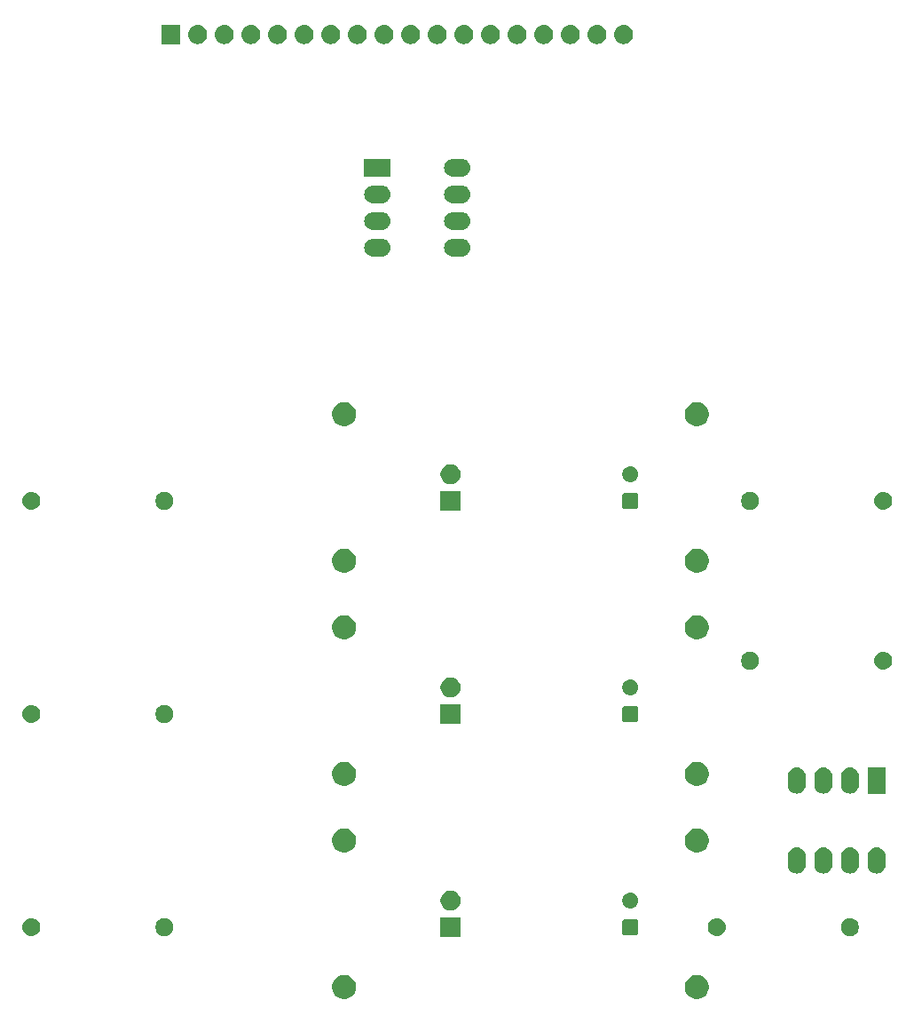
<source format=gbr>
%TF.GenerationSoftware,KiCad,Pcbnew,(5.0.1)-4*%
%TF.CreationDate,2021-04-02T16:30:23+02:00*%
%TF.ProjectId,carte_PhotodectionSuiveurTrans,63617274655F50686F746F6465637469,rev?*%
%TF.SameCoordinates,Original*%
%TF.FileFunction,Soldermask,Top*%
%TF.FilePolarity,Negative*%
%FSLAX46Y46*%
G04 Gerber Fmt 4.6, Leading zero omitted, Abs format (unit mm)*
G04 Created by KiCad (PCBNEW (5.0.1)-4) date 02/04/2021 16:30:23*
%MOMM*%
%LPD*%
G01*
G04 APERTURE LIST*
%ADD10C,0.100000*%
G04 APERTURE END LIST*
D10*
G36*
X234650443Y-136054194D02*
X234859728Y-136140883D01*
X235048085Y-136266739D01*
X235208261Y-136426915D01*
X235334117Y-136615272D01*
X235420806Y-136824557D01*
X235465000Y-137046734D01*
X235465000Y-137273266D01*
X235420806Y-137495443D01*
X235334117Y-137704728D01*
X235208261Y-137893085D01*
X235048085Y-138053261D01*
X234859728Y-138179117D01*
X234650443Y-138265806D01*
X234428266Y-138310000D01*
X234201734Y-138310000D01*
X233979557Y-138265806D01*
X233770272Y-138179117D01*
X233581915Y-138053261D01*
X233421739Y-137893085D01*
X233295883Y-137704728D01*
X233209194Y-137495443D01*
X233165000Y-137273266D01*
X233165000Y-137046734D01*
X233209194Y-136824557D01*
X233295883Y-136615272D01*
X233421739Y-136426915D01*
X233581915Y-136266739D01*
X233770272Y-136140883D01*
X233979557Y-136054194D01*
X234201734Y-136010000D01*
X234428266Y-136010000D01*
X234650443Y-136054194D01*
X234650443Y-136054194D01*
G37*
G36*
X200995443Y-136054194D02*
X201204728Y-136140883D01*
X201393085Y-136266739D01*
X201553261Y-136426915D01*
X201679117Y-136615272D01*
X201765806Y-136824557D01*
X201810000Y-137046734D01*
X201810000Y-137273266D01*
X201765806Y-137495443D01*
X201679117Y-137704728D01*
X201553261Y-137893085D01*
X201393085Y-138053261D01*
X201204728Y-138179117D01*
X200995443Y-138265806D01*
X200773266Y-138310000D01*
X200546734Y-138310000D01*
X200324557Y-138265806D01*
X200115272Y-138179117D01*
X199926915Y-138053261D01*
X199766739Y-137893085D01*
X199640883Y-137704728D01*
X199554194Y-137495443D01*
X199510000Y-137273266D01*
X199510000Y-137046734D01*
X199554194Y-136824557D01*
X199640883Y-136615272D01*
X199766739Y-136426915D01*
X199926915Y-136266739D01*
X200115272Y-136140883D01*
X200324557Y-136054194D01*
X200546734Y-136010000D01*
X200773266Y-136010000D01*
X200995443Y-136054194D01*
X200995443Y-136054194D01*
G37*
G36*
X211770000Y-132395000D02*
X209870000Y-132395000D01*
X209870000Y-130495000D01*
X211770000Y-130495000D01*
X211770000Y-132395000D01*
X211770000Y-132395000D01*
G37*
G36*
X249167934Y-130627664D02*
X249322627Y-130691740D01*
X249461847Y-130784764D01*
X249580236Y-130903153D01*
X249673260Y-131042373D01*
X249737336Y-131197066D01*
X249770000Y-131361281D01*
X249770000Y-131528719D01*
X249737336Y-131692934D01*
X249673260Y-131847627D01*
X249580236Y-131986847D01*
X249461847Y-132105236D01*
X249322627Y-132198260D01*
X249167934Y-132262336D01*
X249003719Y-132295000D01*
X248836281Y-132295000D01*
X248672066Y-132262336D01*
X248517373Y-132198260D01*
X248378153Y-132105236D01*
X248259764Y-131986847D01*
X248166740Y-131847627D01*
X248102664Y-131692934D01*
X248070000Y-131528719D01*
X248070000Y-131361281D01*
X248102664Y-131197066D01*
X248166740Y-131042373D01*
X248259764Y-130903153D01*
X248378153Y-130784764D01*
X248517373Y-130691740D01*
X248672066Y-130627664D01*
X248836281Y-130595000D01*
X249003719Y-130595000D01*
X249167934Y-130627664D01*
X249167934Y-130627664D01*
G37*
G36*
X236386630Y-130607299D02*
X236546855Y-130655903D01*
X236694520Y-130734831D01*
X236823949Y-130841051D01*
X236930169Y-130970480D01*
X237009097Y-131118145D01*
X237057701Y-131278370D01*
X237074112Y-131445000D01*
X237057701Y-131611630D01*
X237009097Y-131771855D01*
X236930169Y-131919520D01*
X236823949Y-132048949D01*
X236694520Y-132155169D01*
X236546855Y-132234097D01*
X236386630Y-132282701D01*
X236261752Y-132295000D01*
X236178248Y-132295000D01*
X236053370Y-132282701D01*
X235893145Y-132234097D01*
X235745480Y-132155169D01*
X235616051Y-132048949D01*
X235509831Y-131919520D01*
X235430903Y-131771855D01*
X235382299Y-131611630D01*
X235365888Y-131445000D01*
X235382299Y-131278370D01*
X235430903Y-131118145D01*
X235509831Y-130970480D01*
X235616051Y-130841051D01*
X235745480Y-130734831D01*
X235893145Y-130655903D01*
X236053370Y-130607299D01*
X236178248Y-130595000D01*
X236261752Y-130595000D01*
X236386630Y-130607299D01*
X236386630Y-130607299D01*
G37*
G36*
X183762934Y-130627664D02*
X183917627Y-130691740D01*
X184056847Y-130784764D01*
X184175236Y-130903153D01*
X184268260Y-131042373D01*
X184332336Y-131197066D01*
X184365000Y-131361281D01*
X184365000Y-131528719D01*
X184332336Y-131692934D01*
X184268260Y-131847627D01*
X184175236Y-131986847D01*
X184056847Y-132105236D01*
X183917627Y-132198260D01*
X183762934Y-132262336D01*
X183598719Y-132295000D01*
X183431281Y-132295000D01*
X183267066Y-132262336D01*
X183112373Y-132198260D01*
X182973153Y-132105236D01*
X182854764Y-131986847D01*
X182761740Y-131847627D01*
X182697664Y-131692934D01*
X182665000Y-131528719D01*
X182665000Y-131361281D01*
X182697664Y-131197066D01*
X182761740Y-131042373D01*
X182854764Y-130903153D01*
X182973153Y-130784764D01*
X183112373Y-130691740D01*
X183267066Y-130627664D01*
X183431281Y-130595000D01*
X183598719Y-130595000D01*
X183762934Y-130627664D01*
X183762934Y-130627664D01*
G37*
G36*
X170981630Y-130607299D02*
X171141855Y-130655903D01*
X171289520Y-130734831D01*
X171418949Y-130841051D01*
X171525169Y-130970480D01*
X171604097Y-131118145D01*
X171652701Y-131278370D01*
X171669112Y-131445000D01*
X171652701Y-131611630D01*
X171604097Y-131771855D01*
X171525169Y-131919520D01*
X171418949Y-132048949D01*
X171289520Y-132155169D01*
X171141855Y-132234097D01*
X170981630Y-132282701D01*
X170856752Y-132295000D01*
X170773248Y-132295000D01*
X170648370Y-132282701D01*
X170488145Y-132234097D01*
X170340480Y-132155169D01*
X170211051Y-132048949D01*
X170104831Y-131919520D01*
X170025903Y-131771855D01*
X169977299Y-131611630D01*
X169960888Y-131445000D01*
X169977299Y-131278370D01*
X170025903Y-131118145D01*
X170104831Y-130970480D01*
X170211051Y-130841051D01*
X170340480Y-130734831D01*
X170488145Y-130655903D01*
X170648370Y-130607299D01*
X170773248Y-130595000D01*
X170856752Y-130595000D01*
X170981630Y-130607299D01*
X170981630Y-130607299D01*
G37*
G36*
X228564766Y-130719176D02*
X228599636Y-130729754D01*
X228631778Y-130746934D01*
X228659948Y-130770052D01*
X228683066Y-130798222D01*
X228700246Y-130830364D01*
X228710824Y-130865234D01*
X228715000Y-130907638D01*
X228715000Y-132022362D01*
X228710824Y-132064766D01*
X228700246Y-132099636D01*
X228683066Y-132131778D01*
X228659948Y-132159948D01*
X228631778Y-132183066D01*
X228599636Y-132200246D01*
X228564766Y-132210824D01*
X228522362Y-132215000D01*
X227407638Y-132215000D01*
X227365234Y-132210824D01*
X227330364Y-132200246D01*
X227298222Y-132183066D01*
X227270052Y-132159948D01*
X227246934Y-132131778D01*
X227229754Y-132099636D01*
X227219176Y-132064766D01*
X227215000Y-132022362D01*
X227215000Y-130907638D01*
X227219176Y-130865234D01*
X227229754Y-130830364D01*
X227246934Y-130798222D01*
X227270052Y-130770052D01*
X227298222Y-130746934D01*
X227330364Y-130729754D01*
X227365234Y-130719176D01*
X227407638Y-130715000D01*
X228522362Y-130715000D01*
X228564766Y-130719176D01*
X228564766Y-130719176D01*
G37*
G36*
X210959451Y-127964127D02*
X211097105Y-127991508D01*
X211269994Y-128063121D01*
X211425590Y-128167087D01*
X211557913Y-128299410D01*
X211661879Y-128455006D01*
X211733492Y-128627895D01*
X211770000Y-128811433D01*
X211770000Y-128998567D01*
X211733492Y-129182105D01*
X211661879Y-129354994D01*
X211557913Y-129510590D01*
X211425590Y-129642913D01*
X211269994Y-129746879D01*
X211097105Y-129818492D01*
X210959451Y-129845873D01*
X210913568Y-129855000D01*
X210726432Y-129855000D01*
X210680549Y-129845873D01*
X210542895Y-129818492D01*
X210370006Y-129746879D01*
X210214410Y-129642913D01*
X210082087Y-129510590D01*
X209978121Y-129354994D01*
X209906508Y-129182105D01*
X209870000Y-128998567D01*
X209870000Y-128811433D01*
X209906508Y-128627895D01*
X209978121Y-128455006D01*
X210082087Y-128299410D01*
X210214410Y-128167087D01*
X210370006Y-128063121D01*
X210542895Y-127991508D01*
X210680549Y-127964127D01*
X210726432Y-127955000D01*
X210913568Y-127955000D01*
X210959451Y-127964127D01*
X210959451Y-127964127D01*
G37*
G36*
X228099645Y-128167089D02*
X228183767Y-128183822D01*
X228240303Y-128207240D01*
X228320257Y-128240358D01*
X228443100Y-128322439D01*
X228547561Y-128426900D01*
X228629642Y-128549743D01*
X228686178Y-128686234D01*
X228715000Y-128831130D01*
X228715000Y-128978870D01*
X228686178Y-129123766D01*
X228629642Y-129260257D01*
X228547561Y-129383100D01*
X228443100Y-129487561D01*
X228320257Y-129569642D01*
X228240303Y-129602760D01*
X228183767Y-129626178D01*
X228111318Y-129640589D01*
X228038870Y-129655000D01*
X227891130Y-129655000D01*
X227818682Y-129640589D01*
X227746233Y-129626178D01*
X227689697Y-129602760D01*
X227609743Y-129569642D01*
X227486900Y-129487561D01*
X227382439Y-129383100D01*
X227300358Y-129260257D01*
X227243822Y-129123766D01*
X227215000Y-128978870D01*
X227215000Y-128831130D01*
X227243822Y-128686234D01*
X227300358Y-128549743D01*
X227382439Y-128426900D01*
X227486900Y-128322439D01*
X227609743Y-128240358D01*
X227689697Y-128207240D01*
X227746233Y-128183822D01*
X227830355Y-128167089D01*
X227891130Y-128155000D01*
X228038870Y-128155000D01*
X228099645Y-128167089D01*
X228099645Y-128167089D01*
G37*
G36*
X251626630Y-123857299D02*
X251786855Y-123905903D01*
X251934520Y-123984831D01*
X252063949Y-124091051D01*
X252170169Y-124220480D01*
X252210431Y-124295806D01*
X252249097Y-124368145D01*
X252297700Y-124528371D01*
X252297700Y-124528374D01*
X252297701Y-124528376D01*
X252310000Y-124653249D01*
X252310000Y-125536752D01*
X252297701Y-125661630D01*
X252249097Y-125821855D01*
X252170169Y-125969520D01*
X252063949Y-126098949D01*
X251934524Y-126205166D01*
X251872622Y-126238253D01*
X251786854Y-126284097D01*
X251741363Y-126297896D01*
X251626629Y-126332701D01*
X251460000Y-126349112D01*
X251293370Y-126332701D01*
X251133145Y-126284097D01*
X250985480Y-126205169D01*
X250856051Y-126098949D01*
X250749834Y-125969524D01*
X250716747Y-125907622D01*
X250670903Y-125821854D01*
X250657104Y-125776363D01*
X250622299Y-125661629D01*
X250610000Y-125536751D01*
X250610000Y-124653249D01*
X250622300Y-124528370D01*
X250670904Y-124368145D01*
X250749832Y-124220480D01*
X250856052Y-124091051D01*
X250985481Y-123984831D01*
X251133146Y-123905903D01*
X251293371Y-123857299D01*
X251460000Y-123840888D01*
X251626630Y-123857299D01*
X251626630Y-123857299D01*
G37*
G36*
X249086630Y-123857299D02*
X249246855Y-123905903D01*
X249394520Y-123984831D01*
X249523949Y-124091051D01*
X249630169Y-124220480D01*
X249670431Y-124295806D01*
X249709097Y-124368145D01*
X249757700Y-124528371D01*
X249757700Y-124528374D01*
X249757701Y-124528376D01*
X249770000Y-124653249D01*
X249770000Y-125536752D01*
X249757701Y-125661630D01*
X249709097Y-125821855D01*
X249630169Y-125969520D01*
X249523949Y-126098949D01*
X249394524Y-126205166D01*
X249332622Y-126238253D01*
X249246854Y-126284097D01*
X249201363Y-126297896D01*
X249086629Y-126332701D01*
X248920000Y-126349112D01*
X248753370Y-126332701D01*
X248593145Y-126284097D01*
X248445480Y-126205169D01*
X248316051Y-126098949D01*
X248209834Y-125969524D01*
X248176747Y-125907622D01*
X248130903Y-125821854D01*
X248117104Y-125776363D01*
X248082299Y-125661629D01*
X248070000Y-125536751D01*
X248070000Y-124653249D01*
X248082300Y-124528370D01*
X248130904Y-124368145D01*
X248209832Y-124220480D01*
X248316052Y-124091051D01*
X248445481Y-123984831D01*
X248593146Y-123905903D01*
X248753371Y-123857299D01*
X248920000Y-123840888D01*
X249086630Y-123857299D01*
X249086630Y-123857299D01*
G37*
G36*
X246546630Y-123857299D02*
X246706855Y-123905903D01*
X246854520Y-123984831D01*
X246983949Y-124091051D01*
X247090169Y-124220480D01*
X247130431Y-124295806D01*
X247169097Y-124368145D01*
X247217700Y-124528371D01*
X247217700Y-124528374D01*
X247217701Y-124528376D01*
X247230000Y-124653249D01*
X247230000Y-125536752D01*
X247217701Y-125661630D01*
X247169097Y-125821855D01*
X247090169Y-125969520D01*
X246983949Y-126098949D01*
X246854524Y-126205166D01*
X246792622Y-126238253D01*
X246706854Y-126284097D01*
X246661363Y-126297896D01*
X246546629Y-126332701D01*
X246380000Y-126349112D01*
X246213370Y-126332701D01*
X246053145Y-126284097D01*
X245905480Y-126205169D01*
X245776051Y-126098949D01*
X245669834Y-125969524D01*
X245636747Y-125907622D01*
X245590903Y-125821854D01*
X245577104Y-125776363D01*
X245542299Y-125661629D01*
X245530000Y-125536751D01*
X245530000Y-124653249D01*
X245542300Y-124528370D01*
X245590904Y-124368145D01*
X245669832Y-124220480D01*
X245776052Y-124091051D01*
X245905481Y-123984831D01*
X246053146Y-123905903D01*
X246213371Y-123857299D01*
X246380000Y-123840888D01*
X246546630Y-123857299D01*
X246546630Y-123857299D01*
G37*
G36*
X244006630Y-123857299D02*
X244166855Y-123905903D01*
X244314520Y-123984831D01*
X244443949Y-124091051D01*
X244550169Y-124220480D01*
X244590431Y-124295806D01*
X244629097Y-124368145D01*
X244677700Y-124528371D01*
X244677700Y-124528374D01*
X244677701Y-124528376D01*
X244690000Y-124653249D01*
X244690000Y-125536752D01*
X244677701Y-125661630D01*
X244629097Y-125821855D01*
X244550169Y-125969520D01*
X244443949Y-126098949D01*
X244314524Y-126205166D01*
X244252622Y-126238253D01*
X244166854Y-126284097D01*
X244121363Y-126297896D01*
X244006629Y-126332701D01*
X243840000Y-126349112D01*
X243673370Y-126332701D01*
X243513145Y-126284097D01*
X243365480Y-126205169D01*
X243236051Y-126098949D01*
X243129834Y-125969524D01*
X243096747Y-125907622D01*
X243050903Y-125821854D01*
X243037104Y-125776363D01*
X243002299Y-125661629D01*
X242990000Y-125536751D01*
X242990000Y-124653249D01*
X243002300Y-124528370D01*
X243050904Y-124368145D01*
X243129832Y-124220480D01*
X243236052Y-124091051D01*
X243365481Y-123984831D01*
X243513146Y-123905903D01*
X243673371Y-123857299D01*
X243840000Y-123840888D01*
X244006630Y-123857299D01*
X244006630Y-123857299D01*
G37*
G36*
X234650443Y-122084194D02*
X234859728Y-122170883D01*
X235048085Y-122296739D01*
X235208261Y-122456915D01*
X235334117Y-122645272D01*
X235420806Y-122854557D01*
X235465000Y-123076734D01*
X235465000Y-123303266D01*
X235420806Y-123525443D01*
X235334117Y-123734728D01*
X235208261Y-123923085D01*
X235048085Y-124083261D01*
X234859728Y-124209117D01*
X234650443Y-124295806D01*
X234428266Y-124340000D01*
X234201734Y-124340000D01*
X233979557Y-124295806D01*
X233770272Y-124209117D01*
X233581915Y-124083261D01*
X233421739Y-123923085D01*
X233295883Y-123734728D01*
X233209194Y-123525443D01*
X233165000Y-123303266D01*
X233165000Y-123076734D01*
X233209194Y-122854557D01*
X233295883Y-122645272D01*
X233421739Y-122456915D01*
X233581915Y-122296739D01*
X233770272Y-122170883D01*
X233979557Y-122084194D01*
X234201734Y-122040000D01*
X234428266Y-122040000D01*
X234650443Y-122084194D01*
X234650443Y-122084194D01*
G37*
G36*
X200995443Y-122084194D02*
X201204728Y-122170883D01*
X201393085Y-122296739D01*
X201553261Y-122456915D01*
X201679117Y-122645272D01*
X201765806Y-122854557D01*
X201810000Y-123076734D01*
X201810000Y-123303266D01*
X201765806Y-123525443D01*
X201679117Y-123734728D01*
X201553261Y-123923085D01*
X201393085Y-124083261D01*
X201204728Y-124209117D01*
X200995443Y-124295806D01*
X200773266Y-124340000D01*
X200546734Y-124340000D01*
X200324557Y-124295806D01*
X200115272Y-124209117D01*
X199926915Y-124083261D01*
X199766739Y-123923085D01*
X199640883Y-123734728D01*
X199554194Y-123525443D01*
X199510000Y-123303266D01*
X199510000Y-123076734D01*
X199554194Y-122854557D01*
X199640883Y-122645272D01*
X199766739Y-122456915D01*
X199926915Y-122296739D01*
X200115272Y-122170883D01*
X200324557Y-122084194D01*
X200546734Y-122040000D01*
X200773266Y-122040000D01*
X200995443Y-122084194D01*
X200995443Y-122084194D01*
G37*
G36*
X244006630Y-116237299D02*
X244166855Y-116285903D01*
X244314520Y-116364831D01*
X244443949Y-116471051D01*
X244550169Y-116600480D01*
X244600707Y-116695032D01*
X244629097Y-116748145D01*
X244677700Y-116908371D01*
X244677700Y-116908374D01*
X244677701Y-116908376D01*
X244690000Y-117033249D01*
X244690000Y-117916752D01*
X244677701Y-118041630D01*
X244629097Y-118201855D01*
X244550169Y-118349520D01*
X244443949Y-118478949D01*
X244314524Y-118585166D01*
X244252622Y-118618253D01*
X244166854Y-118664097D01*
X244121363Y-118677896D01*
X244006629Y-118712701D01*
X243840000Y-118729112D01*
X243673370Y-118712701D01*
X243513145Y-118664097D01*
X243365480Y-118585169D01*
X243236051Y-118478949D01*
X243129834Y-118349524D01*
X243096747Y-118287622D01*
X243050903Y-118201854D01*
X243037104Y-118156363D01*
X243002299Y-118041629D01*
X242990000Y-117916751D01*
X242990000Y-117033249D01*
X243002300Y-116908370D01*
X243050904Y-116748145D01*
X243129832Y-116600480D01*
X243236052Y-116471051D01*
X243365481Y-116364831D01*
X243513146Y-116285903D01*
X243673371Y-116237299D01*
X243840000Y-116220888D01*
X244006630Y-116237299D01*
X244006630Y-116237299D01*
G37*
G36*
X246546630Y-116237299D02*
X246706855Y-116285903D01*
X246854520Y-116364831D01*
X246983949Y-116471051D01*
X247090169Y-116600480D01*
X247140707Y-116695032D01*
X247169097Y-116748145D01*
X247217700Y-116908371D01*
X247217700Y-116908374D01*
X247217701Y-116908376D01*
X247230000Y-117033249D01*
X247230000Y-117916752D01*
X247217701Y-118041630D01*
X247169097Y-118201855D01*
X247090169Y-118349520D01*
X246983949Y-118478949D01*
X246854524Y-118585166D01*
X246792622Y-118618253D01*
X246706854Y-118664097D01*
X246661363Y-118677896D01*
X246546629Y-118712701D01*
X246380000Y-118729112D01*
X246213370Y-118712701D01*
X246053145Y-118664097D01*
X245905480Y-118585169D01*
X245776051Y-118478949D01*
X245669834Y-118349524D01*
X245636747Y-118287622D01*
X245590903Y-118201854D01*
X245577104Y-118156363D01*
X245542299Y-118041629D01*
X245530000Y-117916751D01*
X245530000Y-117033249D01*
X245542300Y-116908370D01*
X245590904Y-116748145D01*
X245669832Y-116600480D01*
X245776052Y-116471051D01*
X245905481Y-116364831D01*
X246053146Y-116285903D01*
X246213371Y-116237299D01*
X246380000Y-116220888D01*
X246546630Y-116237299D01*
X246546630Y-116237299D01*
G37*
G36*
X249086630Y-116237299D02*
X249246855Y-116285903D01*
X249394520Y-116364831D01*
X249523949Y-116471051D01*
X249630169Y-116600480D01*
X249680707Y-116695032D01*
X249709097Y-116748145D01*
X249757700Y-116908371D01*
X249757700Y-116908374D01*
X249757701Y-116908376D01*
X249770000Y-117033249D01*
X249770000Y-117916752D01*
X249757701Y-118041630D01*
X249709097Y-118201855D01*
X249630169Y-118349520D01*
X249523949Y-118478949D01*
X249394524Y-118585166D01*
X249332622Y-118618253D01*
X249246854Y-118664097D01*
X249201363Y-118677896D01*
X249086629Y-118712701D01*
X248920000Y-118729112D01*
X248753370Y-118712701D01*
X248593145Y-118664097D01*
X248445480Y-118585169D01*
X248316051Y-118478949D01*
X248209834Y-118349524D01*
X248176747Y-118287622D01*
X248130903Y-118201854D01*
X248117104Y-118156363D01*
X248082299Y-118041629D01*
X248070000Y-117916751D01*
X248070000Y-117033249D01*
X248082300Y-116908370D01*
X248130904Y-116748145D01*
X248209832Y-116600480D01*
X248316052Y-116471051D01*
X248445481Y-116364831D01*
X248593146Y-116285903D01*
X248753371Y-116237299D01*
X248920000Y-116220888D01*
X249086630Y-116237299D01*
X249086630Y-116237299D01*
G37*
G36*
X252310000Y-118725000D02*
X250610000Y-118725000D01*
X250610000Y-116225000D01*
X252310000Y-116225000D01*
X252310000Y-118725000D01*
X252310000Y-118725000D01*
G37*
G36*
X234650443Y-115734194D02*
X234859728Y-115820883D01*
X235048085Y-115946739D01*
X235208261Y-116106915D01*
X235334117Y-116295272D01*
X235420806Y-116504557D01*
X235465000Y-116726734D01*
X235465000Y-116953266D01*
X235420806Y-117175443D01*
X235334117Y-117384728D01*
X235208261Y-117573085D01*
X235048085Y-117733261D01*
X234859728Y-117859117D01*
X234650443Y-117945806D01*
X234428266Y-117990000D01*
X234201734Y-117990000D01*
X233979557Y-117945806D01*
X233770272Y-117859117D01*
X233581915Y-117733261D01*
X233421739Y-117573085D01*
X233295883Y-117384728D01*
X233209194Y-117175443D01*
X233165000Y-116953266D01*
X233165000Y-116726734D01*
X233209194Y-116504557D01*
X233295883Y-116295272D01*
X233421739Y-116106915D01*
X233581915Y-115946739D01*
X233770272Y-115820883D01*
X233979557Y-115734194D01*
X234201734Y-115690000D01*
X234428266Y-115690000D01*
X234650443Y-115734194D01*
X234650443Y-115734194D01*
G37*
G36*
X200995443Y-115734194D02*
X201204728Y-115820883D01*
X201393085Y-115946739D01*
X201553261Y-116106915D01*
X201679117Y-116295272D01*
X201765806Y-116504557D01*
X201810000Y-116726734D01*
X201810000Y-116953266D01*
X201765806Y-117175443D01*
X201679117Y-117384728D01*
X201553261Y-117573085D01*
X201393085Y-117733261D01*
X201204728Y-117859117D01*
X200995443Y-117945806D01*
X200773266Y-117990000D01*
X200546734Y-117990000D01*
X200324557Y-117945806D01*
X200115272Y-117859117D01*
X199926915Y-117733261D01*
X199766739Y-117573085D01*
X199640883Y-117384728D01*
X199554194Y-117175443D01*
X199510000Y-116953266D01*
X199510000Y-116726734D01*
X199554194Y-116504557D01*
X199640883Y-116295272D01*
X199766739Y-116106915D01*
X199926915Y-115946739D01*
X200115272Y-115820883D01*
X200324557Y-115734194D01*
X200546734Y-115690000D01*
X200773266Y-115690000D01*
X200995443Y-115734194D01*
X200995443Y-115734194D01*
G37*
G36*
X211770000Y-112075000D02*
X209870000Y-112075000D01*
X209870000Y-110175000D01*
X211770000Y-110175000D01*
X211770000Y-112075000D01*
X211770000Y-112075000D01*
G37*
G36*
X183762934Y-110307664D02*
X183917627Y-110371740D01*
X184056847Y-110464764D01*
X184175236Y-110583153D01*
X184268260Y-110722373D01*
X184332336Y-110877066D01*
X184365000Y-111041281D01*
X184365000Y-111208719D01*
X184332336Y-111372934D01*
X184268260Y-111527627D01*
X184175236Y-111666847D01*
X184056847Y-111785236D01*
X183917627Y-111878260D01*
X183762934Y-111942336D01*
X183598719Y-111975000D01*
X183431281Y-111975000D01*
X183267066Y-111942336D01*
X183112373Y-111878260D01*
X182973153Y-111785236D01*
X182854764Y-111666847D01*
X182761740Y-111527627D01*
X182697664Y-111372934D01*
X182665000Y-111208719D01*
X182665000Y-111041281D01*
X182697664Y-110877066D01*
X182761740Y-110722373D01*
X182854764Y-110583153D01*
X182973153Y-110464764D01*
X183112373Y-110371740D01*
X183267066Y-110307664D01*
X183431281Y-110275000D01*
X183598719Y-110275000D01*
X183762934Y-110307664D01*
X183762934Y-110307664D01*
G37*
G36*
X170981630Y-110287299D02*
X171141855Y-110335903D01*
X171289520Y-110414831D01*
X171418949Y-110521051D01*
X171525169Y-110650480D01*
X171604097Y-110798145D01*
X171652701Y-110958370D01*
X171669112Y-111125000D01*
X171652701Y-111291630D01*
X171604097Y-111451855D01*
X171525169Y-111599520D01*
X171418949Y-111728949D01*
X171289520Y-111835169D01*
X171141855Y-111914097D01*
X170981630Y-111962701D01*
X170856752Y-111975000D01*
X170773248Y-111975000D01*
X170648370Y-111962701D01*
X170488145Y-111914097D01*
X170340480Y-111835169D01*
X170211051Y-111728949D01*
X170104831Y-111599520D01*
X170025903Y-111451855D01*
X169977299Y-111291630D01*
X169960888Y-111125000D01*
X169977299Y-110958370D01*
X170025903Y-110798145D01*
X170104831Y-110650480D01*
X170211051Y-110521051D01*
X170340480Y-110414831D01*
X170488145Y-110335903D01*
X170648370Y-110287299D01*
X170773248Y-110275000D01*
X170856752Y-110275000D01*
X170981630Y-110287299D01*
X170981630Y-110287299D01*
G37*
G36*
X228564766Y-110399176D02*
X228599636Y-110409754D01*
X228631778Y-110426934D01*
X228659948Y-110450052D01*
X228683066Y-110478222D01*
X228700246Y-110510364D01*
X228710824Y-110545234D01*
X228715000Y-110587638D01*
X228715000Y-111702362D01*
X228710824Y-111744766D01*
X228700246Y-111779636D01*
X228683066Y-111811778D01*
X228659948Y-111839948D01*
X228631778Y-111863066D01*
X228599636Y-111880246D01*
X228564766Y-111890824D01*
X228522362Y-111895000D01*
X227407638Y-111895000D01*
X227365234Y-111890824D01*
X227330364Y-111880246D01*
X227298222Y-111863066D01*
X227270052Y-111839948D01*
X227246934Y-111811778D01*
X227229754Y-111779636D01*
X227219176Y-111744766D01*
X227215000Y-111702362D01*
X227215000Y-110587638D01*
X227219176Y-110545234D01*
X227229754Y-110510364D01*
X227246934Y-110478222D01*
X227270052Y-110450052D01*
X227298222Y-110426934D01*
X227330364Y-110409754D01*
X227365234Y-110399176D01*
X227407638Y-110395000D01*
X228522362Y-110395000D01*
X228564766Y-110399176D01*
X228564766Y-110399176D01*
G37*
G36*
X210959451Y-107644127D02*
X211097105Y-107671508D01*
X211269994Y-107743121D01*
X211425590Y-107847087D01*
X211557913Y-107979410D01*
X211661879Y-108135006D01*
X211733492Y-108307895D01*
X211770000Y-108491433D01*
X211770000Y-108678567D01*
X211733492Y-108862105D01*
X211661879Y-109034994D01*
X211557913Y-109190590D01*
X211425590Y-109322913D01*
X211269994Y-109426879D01*
X211097105Y-109498492D01*
X210959452Y-109525873D01*
X210913568Y-109535000D01*
X210726432Y-109535000D01*
X210680548Y-109525873D01*
X210542895Y-109498492D01*
X210370006Y-109426879D01*
X210214410Y-109322913D01*
X210082087Y-109190590D01*
X209978121Y-109034994D01*
X209906508Y-108862105D01*
X209870000Y-108678567D01*
X209870000Y-108491433D01*
X209906508Y-108307895D01*
X209978121Y-108135006D01*
X210082087Y-107979410D01*
X210214410Y-107847087D01*
X210370006Y-107743121D01*
X210542895Y-107671508D01*
X210680549Y-107644127D01*
X210726432Y-107635000D01*
X210913568Y-107635000D01*
X210959451Y-107644127D01*
X210959451Y-107644127D01*
G37*
G36*
X228099645Y-107847089D02*
X228183767Y-107863822D01*
X228240303Y-107887240D01*
X228320257Y-107920358D01*
X228443100Y-108002439D01*
X228547561Y-108106900D01*
X228629642Y-108229743D01*
X228686178Y-108366234D01*
X228715000Y-108511130D01*
X228715000Y-108658870D01*
X228686178Y-108803766D01*
X228629642Y-108940257D01*
X228547561Y-109063100D01*
X228443100Y-109167561D01*
X228320257Y-109249642D01*
X228240303Y-109282760D01*
X228183767Y-109306178D01*
X228111318Y-109320589D01*
X228038870Y-109335000D01*
X227891130Y-109335000D01*
X227818682Y-109320589D01*
X227746233Y-109306178D01*
X227689697Y-109282760D01*
X227609743Y-109249642D01*
X227486900Y-109167561D01*
X227382439Y-109063100D01*
X227300358Y-108940257D01*
X227243822Y-108803766D01*
X227215000Y-108658870D01*
X227215000Y-108511130D01*
X227243822Y-108366234D01*
X227300358Y-108229743D01*
X227382439Y-108106900D01*
X227486900Y-108002439D01*
X227609743Y-107920358D01*
X227689697Y-107887240D01*
X227746233Y-107863822D01*
X227830355Y-107847089D01*
X227891130Y-107835000D01*
X228038870Y-107835000D01*
X228099645Y-107847089D01*
X228099645Y-107847089D01*
G37*
G36*
X239642934Y-105227664D02*
X239797627Y-105291740D01*
X239936847Y-105384764D01*
X240055236Y-105503153D01*
X240148260Y-105642373D01*
X240212336Y-105797066D01*
X240245000Y-105961281D01*
X240245000Y-106128719D01*
X240212336Y-106292934D01*
X240148260Y-106447627D01*
X240055236Y-106586847D01*
X239936847Y-106705236D01*
X239797627Y-106798260D01*
X239642934Y-106862336D01*
X239478719Y-106895000D01*
X239311281Y-106895000D01*
X239147066Y-106862336D01*
X238992373Y-106798260D01*
X238853153Y-106705236D01*
X238734764Y-106586847D01*
X238641740Y-106447627D01*
X238577664Y-106292934D01*
X238545000Y-106128719D01*
X238545000Y-105961281D01*
X238577664Y-105797066D01*
X238641740Y-105642373D01*
X238734764Y-105503153D01*
X238853153Y-105384764D01*
X238992373Y-105291740D01*
X239147066Y-105227664D01*
X239311281Y-105195000D01*
X239478719Y-105195000D01*
X239642934Y-105227664D01*
X239642934Y-105227664D01*
G37*
G36*
X252261630Y-105207299D02*
X252421855Y-105255903D01*
X252569520Y-105334831D01*
X252698949Y-105441051D01*
X252805169Y-105570480D01*
X252884097Y-105718145D01*
X252932701Y-105878370D01*
X252949112Y-106045000D01*
X252932701Y-106211630D01*
X252884097Y-106371855D01*
X252805169Y-106519520D01*
X252698949Y-106648949D01*
X252569520Y-106755169D01*
X252421855Y-106834097D01*
X252261630Y-106882701D01*
X252136752Y-106895000D01*
X252053248Y-106895000D01*
X251928370Y-106882701D01*
X251768145Y-106834097D01*
X251620480Y-106755169D01*
X251491051Y-106648949D01*
X251384831Y-106519520D01*
X251305903Y-106371855D01*
X251257299Y-106211630D01*
X251240888Y-106045000D01*
X251257299Y-105878370D01*
X251305903Y-105718145D01*
X251384831Y-105570480D01*
X251491051Y-105441051D01*
X251620480Y-105334831D01*
X251768145Y-105255903D01*
X251928370Y-105207299D01*
X252053248Y-105195000D01*
X252136752Y-105195000D01*
X252261630Y-105207299D01*
X252261630Y-105207299D01*
G37*
G36*
X234650443Y-101764194D02*
X234859728Y-101850883D01*
X235048085Y-101976739D01*
X235208261Y-102136915D01*
X235334117Y-102325272D01*
X235420806Y-102534557D01*
X235465000Y-102756734D01*
X235465000Y-102983266D01*
X235420806Y-103205443D01*
X235334117Y-103414728D01*
X235208261Y-103603085D01*
X235048085Y-103763261D01*
X234859728Y-103889117D01*
X234650443Y-103975806D01*
X234428266Y-104020000D01*
X234201734Y-104020000D01*
X233979557Y-103975806D01*
X233770272Y-103889117D01*
X233581915Y-103763261D01*
X233421739Y-103603085D01*
X233295883Y-103414728D01*
X233209194Y-103205443D01*
X233165000Y-102983266D01*
X233165000Y-102756734D01*
X233209194Y-102534557D01*
X233295883Y-102325272D01*
X233421739Y-102136915D01*
X233581915Y-101976739D01*
X233770272Y-101850883D01*
X233979557Y-101764194D01*
X234201734Y-101720000D01*
X234428266Y-101720000D01*
X234650443Y-101764194D01*
X234650443Y-101764194D01*
G37*
G36*
X200995443Y-101764194D02*
X201204728Y-101850883D01*
X201393085Y-101976739D01*
X201553261Y-102136915D01*
X201679117Y-102325272D01*
X201765806Y-102534557D01*
X201810000Y-102756734D01*
X201810000Y-102983266D01*
X201765806Y-103205443D01*
X201679117Y-103414728D01*
X201553261Y-103603085D01*
X201393085Y-103763261D01*
X201204728Y-103889117D01*
X200995443Y-103975806D01*
X200773266Y-104020000D01*
X200546734Y-104020000D01*
X200324557Y-103975806D01*
X200115272Y-103889117D01*
X199926915Y-103763261D01*
X199766739Y-103603085D01*
X199640883Y-103414728D01*
X199554194Y-103205443D01*
X199510000Y-102983266D01*
X199510000Y-102756734D01*
X199554194Y-102534557D01*
X199640883Y-102325272D01*
X199766739Y-102136915D01*
X199926915Y-101976739D01*
X200115272Y-101850883D01*
X200324557Y-101764194D01*
X200546734Y-101720000D01*
X200773266Y-101720000D01*
X200995443Y-101764194D01*
X200995443Y-101764194D01*
G37*
G36*
X200995443Y-95414194D02*
X201204728Y-95500883D01*
X201393085Y-95626739D01*
X201553261Y-95786915D01*
X201679117Y-95975272D01*
X201765806Y-96184557D01*
X201810000Y-96406734D01*
X201810000Y-96633266D01*
X201765806Y-96855443D01*
X201679117Y-97064728D01*
X201553261Y-97253085D01*
X201393085Y-97413261D01*
X201204728Y-97539117D01*
X200995443Y-97625806D01*
X200773266Y-97670000D01*
X200546734Y-97670000D01*
X200324557Y-97625806D01*
X200115272Y-97539117D01*
X199926915Y-97413261D01*
X199766739Y-97253085D01*
X199640883Y-97064728D01*
X199554194Y-96855443D01*
X199510000Y-96633266D01*
X199510000Y-96406734D01*
X199554194Y-96184557D01*
X199640883Y-95975272D01*
X199766739Y-95786915D01*
X199926915Y-95626739D01*
X200115272Y-95500883D01*
X200324557Y-95414194D01*
X200546734Y-95370000D01*
X200773266Y-95370000D01*
X200995443Y-95414194D01*
X200995443Y-95414194D01*
G37*
G36*
X234650443Y-95414194D02*
X234859728Y-95500883D01*
X235048085Y-95626739D01*
X235208261Y-95786915D01*
X235334117Y-95975272D01*
X235420806Y-96184557D01*
X235465000Y-96406734D01*
X235465000Y-96633266D01*
X235420806Y-96855443D01*
X235334117Y-97064728D01*
X235208261Y-97253085D01*
X235048085Y-97413261D01*
X234859728Y-97539117D01*
X234650443Y-97625806D01*
X234428266Y-97670000D01*
X234201734Y-97670000D01*
X233979557Y-97625806D01*
X233770272Y-97539117D01*
X233581915Y-97413261D01*
X233421739Y-97253085D01*
X233295883Y-97064728D01*
X233209194Y-96855443D01*
X233165000Y-96633266D01*
X233165000Y-96406734D01*
X233209194Y-96184557D01*
X233295883Y-95975272D01*
X233421739Y-95786915D01*
X233581915Y-95626739D01*
X233770272Y-95500883D01*
X233979557Y-95414194D01*
X234201734Y-95370000D01*
X234428266Y-95370000D01*
X234650443Y-95414194D01*
X234650443Y-95414194D01*
G37*
G36*
X211770000Y-91755000D02*
X209870000Y-91755000D01*
X209870000Y-89855000D01*
X211770000Y-89855000D01*
X211770000Y-91755000D01*
X211770000Y-91755000D01*
G37*
G36*
X183762934Y-89987664D02*
X183917627Y-90051740D01*
X184056847Y-90144764D01*
X184175236Y-90263153D01*
X184268260Y-90402373D01*
X184332336Y-90557066D01*
X184365000Y-90721281D01*
X184365000Y-90888719D01*
X184332336Y-91052934D01*
X184268260Y-91207627D01*
X184175236Y-91346847D01*
X184056847Y-91465236D01*
X183917627Y-91558260D01*
X183762934Y-91622336D01*
X183598719Y-91655000D01*
X183431281Y-91655000D01*
X183267066Y-91622336D01*
X183112373Y-91558260D01*
X182973153Y-91465236D01*
X182854764Y-91346847D01*
X182761740Y-91207627D01*
X182697664Y-91052934D01*
X182665000Y-90888719D01*
X182665000Y-90721281D01*
X182697664Y-90557066D01*
X182761740Y-90402373D01*
X182854764Y-90263153D01*
X182973153Y-90144764D01*
X183112373Y-90051740D01*
X183267066Y-89987664D01*
X183431281Y-89955000D01*
X183598719Y-89955000D01*
X183762934Y-89987664D01*
X183762934Y-89987664D01*
G37*
G36*
X252261630Y-89967299D02*
X252421855Y-90015903D01*
X252569520Y-90094831D01*
X252698949Y-90201051D01*
X252805169Y-90330480D01*
X252884097Y-90478145D01*
X252932701Y-90638370D01*
X252949112Y-90805000D01*
X252932701Y-90971630D01*
X252884097Y-91131855D01*
X252805169Y-91279520D01*
X252698949Y-91408949D01*
X252569520Y-91515169D01*
X252421855Y-91594097D01*
X252261630Y-91642701D01*
X252136752Y-91655000D01*
X252053248Y-91655000D01*
X251928370Y-91642701D01*
X251768145Y-91594097D01*
X251620480Y-91515169D01*
X251491051Y-91408949D01*
X251384831Y-91279520D01*
X251305903Y-91131855D01*
X251257299Y-90971630D01*
X251240888Y-90805000D01*
X251257299Y-90638370D01*
X251305903Y-90478145D01*
X251384831Y-90330480D01*
X251491051Y-90201051D01*
X251620480Y-90094831D01*
X251768145Y-90015903D01*
X251928370Y-89967299D01*
X252053248Y-89955000D01*
X252136752Y-89955000D01*
X252261630Y-89967299D01*
X252261630Y-89967299D01*
G37*
G36*
X239642934Y-89987664D02*
X239797627Y-90051740D01*
X239936847Y-90144764D01*
X240055236Y-90263153D01*
X240148260Y-90402373D01*
X240212336Y-90557066D01*
X240245000Y-90721281D01*
X240245000Y-90888719D01*
X240212336Y-91052934D01*
X240148260Y-91207627D01*
X240055236Y-91346847D01*
X239936847Y-91465236D01*
X239797627Y-91558260D01*
X239642934Y-91622336D01*
X239478719Y-91655000D01*
X239311281Y-91655000D01*
X239147066Y-91622336D01*
X238992373Y-91558260D01*
X238853153Y-91465236D01*
X238734764Y-91346847D01*
X238641740Y-91207627D01*
X238577664Y-91052934D01*
X238545000Y-90888719D01*
X238545000Y-90721281D01*
X238577664Y-90557066D01*
X238641740Y-90402373D01*
X238734764Y-90263153D01*
X238853153Y-90144764D01*
X238992373Y-90051740D01*
X239147066Y-89987664D01*
X239311281Y-89955000D01*
X239478719Y-89955000D01*
X239642934Y-89987664D01*
X239642934Y-89987664D01*
G37*
G36*
X170981630Y-89967299D02*
X171141855Y-90015903D01*
X171289520Y-90094831D01*
X171418949Y-90201051D01*
X171525169Y-90330480D01*
X171604097Y-90478145D01*
X171652701Y-90638370D01*
X171669112Y-90805000D01*
X171652701Y-90971630D01*
X171604097Y-91131855D01*
X171525169Y-91279520D01*
X171418949Y-91408949D01*
X171289520Y-91515169D01*
X171141855Y-91594097D01*
X170981630Y-91642701D01*
X170856752Y-91655000D01*
X170773248Y-91655000D01*
X170648370Y-91642701D01*
X170488145Y-91594097D01*
X170340480Y-91515169D01*
X170211051Y-91408949D01*
X170104831Y-91279520D01*
X170025903Y-91131855D01*
X169977299Y-90971630D01*
X169960888Y-90805000D01*
X169977299Y-90638370D01*
X170025903Y-90478145D01*
X170104831Y-90330480D01*
X170211051Y-90201051D01*
X170340480Y-90094831D01*
X170488145Y-90015903D01*
X170648370Y-89967299D01*
X170773248Y-89955000D01*
X170856752Y-89955000D01*
X170981630Y-89967299D01*
X170981630Y-89967299D01*
G37*
G36*
X228564766Y-90079176D02*
X228599636Y-90089754D01*
X228631778Y-90106934D01*
X228659948Y-90130052D01*
X228683066Y-90158222D01*
X228700246Y-90190364D01*
X228710824Y-90225234D01*
X228715000Y-90267638D01*
X228715000Y-91382362D01*
X228710824Y-91424766D01*
X228700246Y-91459636D01*
X228683066Y-91491778D01*
X228659948Y-91519948D01*
X228631778Y-91543066D01*
X228599636Y-91560246D01*
X228564766Y-91570824D01*
X228522362Y-91575000D01*
X227407638Y-91575000D01*
X227365234Y-91570824D01*
X227330364Y-91560246D01*
X227298222Y-91543066D01*
X227270052Y-91519948D01*
X227246934Y-91491778D01*
X227229754Y-91459636D01*
X227219176Y-91424766D01*
X227215000Y-91382362D01*
X227215000Y-90267638D01*
X227219176Y-90225234D01*
X227229754Y-90190364D01*
X227246934Y-90158222D01*
X227270052Y-90130052D01*
X227298222Y-90106934D01*
X227330364Y-90089754D01*
X227365234Y-90079176D01*
X227407638Y-90075000D01*
X228522362Y-90075000D01*
X228564766Y-90079176D01*
X228564766Y-90079176D01*
G37*
G36*
X210959451Y-87324127D02*
X211097105Y-87351508D01*
X211269994Y-87423121D01*
X211425590Y-87527087D01*
X211557913Y-87659410D01*
X211661879Y-87815006D01*
X211733492Y-87987895D01*
X211770000Y-88171433D01*
X211770000Y-88358567D01*
X211733492Y-88542105D01*
X211661879Y-88714994D01*
X211557913Y-88870590D01*
X211425590Y-89002913D01*
X211269994Y-89106879D01*
X211097105Y-89178492D01*
X210959452Y-89205873D01*
X210913568Y-89215000D01*
X210726432Y-89215000D01*
X210680548Y-89205873D01*
X210542895Y-89178492D01*
X210370006Y-89106879D01*
X210214410Y-89002913D01*
X210082087Y-88870590D01*
X209978121Y-88714994D01*
X209906508Y-88542105D01*
X209870000Y-88358567D01*
X209870000Y-88171433D01*
X209906508Y-87987895D01*
X209978121Y-87815006D01*
X210082087Y-87659410D01*
X210214410Y-87527087D01*
X210370006Y-87423121D01*
X210542895Y-87351508D01*
X210680549Y-87324127D01*
X210726432Y-87315000D01*
X210913568Y-87315000D01*
X210959451Y-87324127D01*
X210959451Y-87324127D01*
G37*
G36*
X228099645Y-87527089D02*
X228183767Y-87543822D01*
X228240303Y-87567240D01*
X228320257Y-87600358D01*
X228443100Y-87682439D01*
X228547561Y-87786900D01*
X228629642Y-87909743D01*
X228686178Y-88046234D01*
X228715000Y-88191130D01*
X228715000Y-88338870D01*
X228686178Y-88483766D01*
X228629642Y-88620257D01*
X228547561Y-88743100D01*
X228443100Y-88847561D01*
X228320257Y-88929642D01*
X228240303Y-88962760D01*
X228183767Y-88986178D01*
X228111318Y-89000589D01*
X228038870Y-89015000D01*
X227891130Y-89015000D01*
X227818682Y-89000589D01*
X227746233Y-88986178D01*
X227689697Y-88962760D01*
X227609743Y-88929642D01*
X227486900Y-88847561D01*
X227382439Y-88743100D01*
X227300358Y-88620257D01*
X227243822Y-88483766D01*
X227215000Y-88338870D01*
X227215000Y-88191130D01*
X227243822Y-88046234D01*
X227300358Y-87909743D01*
X227382439Y-87786900D01*
X227486900Y-87682439D01*
X227609743Y-87600358D01*
X227689697Y-87567240D01*
X227746233Y-87543822D01*
X227830355Y-87527089D01*
X227891130Y-87515000D01*
X228038870Y-87515000D01*
X228099645Y-87527089D01*
X228099645Y-87527089D01*
G37*
G36*
X200995443Y-81444194D02*
X201204728Y-81530883D01*
X201393085Y-81656739D01*
X201553261Y-81816915D01*
X201679117Y-82005272D01*
X201765806Y-82214557D01*
X201810000Y-82436734D01*
X201810000Y-82663266D01*
X201765806Y-82885443D01*
X201679117Y-83094728D01*
X201553261Y-83283085D01*
X201393085Y-83443261D01*
X201204728Y-83569117D01*
X200995443Y-83655806D01*
X200773266Y-83700000D01*
X200546734Y-83700000D01*
X200324557Y-83655806D01*
X200115272Y-83569117D01*
X199926915Y-83443261D01*
X199766739Y-83283085D01*
X199640883Y-83094728D01*
X199554194Y-82885443D01*
X199510000Y-82663266D01*
X199510000Y-82436734D01*
X199554194Y-82214557D01*
X199640883Y-82005272D01*
X199766739Y-81816915D01*
X199926915Y-81656739D01*
X200115272Y-81530883D01*
X200324557Y-81444194D01*
X200546734Y-81400000D01*
X200773266Y-81400000D01*
X200995443Y-81444194D01*
X200995443Y-81444194D01*
G37*
G36*
X234650443Y-81444194D02*
X234859728Y-81530883D01*
X235048085Y-81656739D01*
X235208261Y-81816915D01*
X235334117Y-82005272D01*
X235420806Y-82214557D01*
X235465000Y-82436734D01*
X235465000Y-82663266D01*
X235420806Y-82885443D01*
X235334117Y-83094728D01*
X235208261Y-83283085D01*
X235048085Y-83443261D01*
X234859728Y-83569117D01*
X234650443Y-83655806D01*
X234428266Y-83700000D01*
X234201734Y-83700000D01*
X233979557Y-83655806D01*
X233770272Y-83569117D01*
X233581915Y-83443261D01*
X233421739Y-83283085D01*
X233295883Y-83094728D01*
X233209194Y-82885443D01*
X233165000Y-82663266D01*
X233165000Y-82436734D01*
X233209194Y-82214557D01*
X233295883Y-82005272D01*
X233421739Y-81816915D01*
X233581915Y-81656739D01*
X233770272Y-81530883D01*
X233979557Y-81444194D01*
X234201734Y-81400000D01*
X234428266Y-81400000D01*
X234650443Y-81444194D01*
X234650443Y-81444194D01*
G37*
G36*
X212021630Y-65837299D02*
X212181855Y-65885903D01*
X212329520Y-65964831D01*
X212458949Y-66071051D01*
X212565169Y-66200480D01*
X212644097Y-66348145D01*
X212692701Y-66508370D01*
X212709112Y-66675000D01*
X212692701Y-66841630D01*
X212644097Y-67001855D01*
X212565169Y-67149520D01*
X212458949Y-67278949D01*
X212329520Y-67385169D01*
X212181855Y-67464097D01*
X212021630Y-67512701D01*
X211896752Y-67525000D01*
X211013248Y-67525000D01*
X210888370Y-67512701D01*
X210728145Y-67464097D01*
X210580480Y-67385169D01*
X210451051Y-67278949D01*
X210344831Y-67149520D01*
X210265903Y-67001855D01*
X210217299Y-66841630D01*
X210200888Y-66675000D01*
X210217299Y-66508370D01*
X210265903Y-66348145D01*
X210344831Y-66200480D01*
X210451051Y-66071051D01*
X210580480Y-65964831D01*
X210728145Y-65885903D01*
X210888370Y-65837299D01*
X211013248Y-65825000D01*
X211896752Y-65825000D01*
X212021630Y-65837299D01*
X212021630Y-65837299D01*
G37*
G36*
X204401630Y-65837299D02*
X204561855Y-65885903D01*
X204709520Y-65964831D01*
X204838949Y-66071051D01*
X204945169Y-66200480D01*
X205024097Y-66348145D01*
X205072701Y-66508370D01*
X205089112Y-66675000D01*
X205072701Y-66841630D01*
X205024097Y-67001855D01*
X204945169Y-67149520D01*
X204838949Y-67278949D01*
X204709520Y-67385169D01*
X204561855Y-67464097D01*
X204401630Y-67512701D01*
X204276752Y-67525000D01*
X203393248Y-67525000D01*
X203268370Y-67512701D01*
X203108145Y-67464097D01*
X202960480Y-67385169D01*
X202831051Y-67278949D01*
X202724831Y-67149520D01*
X202645903Y-67001855D01*
X202597299Y-66841630D01*
X202580888Y-66675000D01*
X202597299Y-66508370D01*
X202645903Y-66348145D01*
X202724831Y-66200480D01*
X202831051Y-66071051D01*
X202960480Y-65964831D01*
X203108145Y-65885903D01*
X203268370Y-65837299D01*
X203393248Y-65825000D01*
X204276752Y-65825000D01*
X204401630Y-65837299D01*
X204401630Y-65837299D01*
G37*
G36*
X212021630Y-63297299D02*
X212181855Y-63345903D01*
X212329520Y-63424831D01*
X212458949Y-63531051D01*
X212565169Y-63660480D01*
X212644097Y-63808145D01*
X212692701Y-63968370D01*
X212709112Y-64135000D01*
X212692701Y-64301630D01*
X212644097Y-64461855D01*
X212565169Y-64609520D01*
X212458949Y-64738949D01*
X212329520Y-64845169D01*
X212181855Y-64924097D01*
X212021630Y-64972701D01*
X211896752Y-64985000D01*
X211013248Y-64985000D01*
X210888370Y-64972701D01*
X210728145Y-64924097D01*
X210580480Y-64845169D01*
X210451051Y-64738949D01*
X210344831Y-64609520D01*
X210265903Y-64461855D01*
X210217299Y-64301630D01*
X210200888Y-64135000D01*
X210217299Y-63968370D01*
X210265903Y-63808145D01*
X210344831Y-63660480D01*
X210451051Y-63531051D01*
X210580480Y-63424831D01*
X210728145Y-63345903D01*
X210888370Y-63297299D01*
X211013248Y-63285000D01*
X211896752Y-63285000D01*
X212021630Y-63297299D01*
X212021630Y-63297299D01*
G37*
G36*
X204401630Y-63297299D02*
X204561855Y-63345903D01*
X204709520Y-63424831D01*
X204838949Y-63531051D01*
X204945169Y-63660480D01*
X205024097Y-63808145D01*
X205072701Y-63968370D01*
X205089112Y-64135000D01*
X205072701Y-64301630D01*
X205024097Y-64461855D01*
X204945169Y-64609520D01*
X204838949Y-64738949D01*
X204709520Y-64845169D01*
X204561855Y-64924097D01*
X204401630Y-64972701D01*
X204276752Y-64985000D01*
X203393248Y-64985000D01*
X203268370Y-64972701D01*
X203108145Y-64924097D01*
X202960480Y-64845169D01*
X202831051Y-64738949D01*
X202724831Y-64609520D01*
X202645903Y-64461855D01*
X202597299Y-64301630D01*
X202580888Y-64135000D01*
X202597299Y-63968370D01*
X202645903Y-63808145D01*
X202724831Y-63660480D01*
X202831051Y-63531051D01*
X202960480Y-63424831D01*
X203108145Y-63345903D01*
X203268370Y-63297299D01*
X203393248Y-63285000D01*
X204276752Y-63285000D01*
X204401630Y-63297299D01*
X204401630Y-63297299D01*
G37*
G36*
X212021630Y-60757299D02*
X212181855Y-60805903D01*
X212329520Y-60884831D01*
X212458949Y-60991051D01*
X212565169Y-61120480D01*
X212644097Y-61268145D01*
X212692701Y-61428370D01*
X212709112Y-61595000D01*
X212692701Y-61761630D01*
X212644097Y-61921855D01*
X212565169Y-62069520D01*
X212458949Y-62198949D01*
X212329520Y-62305169D01*
X212181855Y-62384097D01*
X212021630Y-62432701D01*
X211896752Y-62445000D01*
X211013248Y-62445000D01*
X210888370Y-62432701D01*
X210728145Y-62384097D01*
X210580480Y-62305169D01*
X210451051Y-62198949D01*
X210344831Y-62069520D01*
X210265903Y-61921855D01*
X210217299Y-61761630D01*
X210200888Y-61595000D01*
X210217299Y-61428370D01*
X210265903Y-61268145D01*
X210344831Y-61120480D01*
X210451051Y-60991051D01*
X210580480Y-60884831D01*
X210728145Y-60805903D01*
X210888370Y-60757299D01*
X211013248Y-60745000D01*
X211896752Y-60745000D01*
X212021630Y-60757299D01*
X212021630Y-60757299D01*
G37*
G36*
X204401630Y-60757299D02*
X204561855Y-60805903D01*
X204709520Y-60884831D01*
X204838949Y-60991051D01*
X204945169Y-61120480D01*
X205024097Y-61268145D01*
X205072701Y-61428370D01*
X205089112Y-61595000D01*
X205072701Y-61761630D01*
X205024097Y-61921855D01*
X204945169Y-62069520D01*
X204838949Y-62198949D01*
X204709520Y-62305169D01*
X204561855Y-62384097D01*
X204401630Y-62432701D01*
X204276752Y-62445000D01*
X203393248Y-62445000D01*
X203268370Y-62432701D01*
X203108145Y-62384097D01*
X202960480Y-62305169D01*
X202831051Y-62198949D01*
X202724831Y-62069520D01*
X202645903Y-61921855D01*
X202597299Y-61761630D01*
X202580888Y-61595000D01*
X202597299Y-61428370D01*
X202645903Y-61268145D01*
X202724831Y-61120480D01*
X202831051Y-60991051D01*
X202960480Y-60884831D01*
X203108145Y-60805903D01*
X203268370Y-60757299D01*
X203393248Y-60745000D01*
X204276752Y-60745000D01*
X204401630Y-60757299D01*
X204401630Y-60757299D01*
G37*
G36*
X205085000Y-59905000D02*
X202585000Y-59905000D01*
X202585000Y-58205000D01*
X205085000Y-58205000D01*
X205085000Y-59905000D01*
X205085000Y-59905000D01*
G37*
G36*
X212021630Y-58217299D02*
X212181855Y-58265903D01*
X212329520Y-58344831D01*
X212458949Y-58451051D01*
X212565169Y-58580480D01*
X212644097Y-58728145D01*
X212692701Y-58888370D01*
X212709112Y-59055000D01*
X212692701Y-59221630D01*
X212644097Y-59381855D01*
X212565169Y-59529520D01*
X212458949Y-59658949D01*
X212329520Y-59765169D01*
X212181855Y-59844097D01*
X212021630Y-59892701D01*
X211896752Y-59905000D01*
X211013248Y-59905000D01*
X210888370Y-59892701D01*
X210728145Y-59844097D01*
X210580480Y-59765169D01*
X210451051Y-59658949D01*
X210344831Y-59529520D01*
X210265903Y-59381855D01*
X210217299Y-59221630D01*
X210200888Y-59055000D01*
X210217299Y-58888370D01*
X210265903Y-58728145D01*
X210344831Y-58580480D01*
X210451051Y-58451051D01*
X210580480Y-58344831D01*
X210728145Y-58265903D01*
X210888370Y-58217299D01*
X211013248Y-58205000D01*
X211896752Y-58205000D01*
X212021630Y-58217299D01*
X212021630Y-58217299D01*
G37*
G36*
X199566432Y-45468022D02*
X199736081Y-45519485D01*
X199892433Y-45603056D01*
X200029475Y-45715525D01*
X200141944Y-45852567D01*
X200225515Y-46008919D01*
X200276978Y-46178568D01*
X200294354Y-46355000D01*
X200276978Y-46531432D01*
X200225515Y-46701081D01*
X200141944Y-46857433D01*
X200029475Y-46994475D01*
X199892433Y-47106944D01*
X199736081Y-47190515D01*
X199566432Y-47241978D01*
X199434211Y-47255000D01*
X199345789Y-47255000D01*
X199213568Y-47241978D01*
X199043919Y-47190515D01*
X198887567Y-47106944D01*
X198750525Y-46994475D01*
X198638056Y-46857433D01*
X198554485Y-46701081D01*
X198503022Y-46531432D01*
X198485646Y-46355000D01*
X198503022Y-46178568D01*
X198554485Y-46008919D01*
X198638056Y-45852567D01*
X198750525Y-45715525D01*
X198887567Y-45603056D01*
X199043919Y-45519485D01*
X199213568Y-45468022D01*
X199345789Y-45455000D01*
X199434211Y-45455000D01*
X199566432Y-45468022D01*
X199566432Y-45468022D01*
G37*
G36*
X185050000Y-47255000D02*
X183250000Y-47255000D01*
X183250000Y-45455000D01*
X185050000Y-45455000D01*
X185050000Y-47255000D01*
X185050000Y-47255000D01*
G37*
G36*
X186866432Y-45468022D02*
X187036081Y-45519485D01*
X187192433Y-45603056D01*
X187329475Y-45715525D01*
X187441944Y-45852567D01*
X187525515Y-46008919D01*
X187576978Y-46178568D01*
X187594354Y-46355000D01*
X187576978Y-46531432D01*
X187525515Y-46701081D01*
X187441944Y-46857433D01*
X187329475Y-46994475D01*
X187192433Y-47106944D01*
X187036081Y-47190515D01*
X186866432Y-47241978D01*
X186734211Y-47255000D01*
X186645789Y-47255000D01*
X186513568Y-47241978D01*
X186343919Y-47190515D01*
X186187567Y-47106944D01*
X186050525Y-46994475D01*
X185938056Y-46857433D01*
X185854485Y-46701081D01*
X185803022Y-46531432D01*
X185785646Y-46355000D01*
X185803022Y-46178568D01*
X185854485Y-46008919D01*
X185938056Y-45852567D01*
X186050525Y-45715525D01*
X186187567Y-45603056D01*
X186343919Y-45519485D01*
X186513568Y-45468022D01*
X186645789Y-45455000D01*
X186734211Y-45455000D01*
X186866432Y-45468022D01*
X186866432Y-45468022D01*
G37*
G36*
X191946432Y-45468022D02*
X192116081Y-45519485D01*
X192272433Y-45603056D01*
X192409475Y-45715525D01*
X192521944Y-45852567D01*
X192605515Y-46008919D01*
X192656978Y-46178568D01*
X192674354Y-46355000D01*
X192656978Y-46531432D01*
X192605515Y-46701081D01*
X192521944Y-46857433D01*
X192409475Y-46994475D01*
X192272433Y-47106944D01*
X192116081Y-47190515D01*
X191946432Y-47241978D01*
X191814211Y-47255000D01*
X191725789Y-47255000D01*
X191593568Y-47241978D01*
X191423919Y-47190515D01*
X191267567Y-47106944D01*
X191130525Y-46994475D01*
X191018056Y-46857433D01*
X190934485Y-46701081D01*
X190883022Y-46531432D01*
X190865646Y-46355000D01*
X190883022Y-46178568D01*
X190934485Y-46008919D01*
X191018056Y-45852567D01*
X191130525Y-45715525D01*
X191267567Y-45603056D01*
X191423919Y-45519485D01*
X191593568Y-45468022D01*
X191725789Y-45455000D01*
X191814211Y-45455000D01*
X191946432Y-45468022D01*
X191946432Y-45468022D01*
G37*
G36*
X194486432Y-45468022D02*
X194656081Y-45519485D01*
X194812433Y-45603056D01*
X194949475Y-45715525D01*
X195061944Y-45852567D01*
X195145515Y-46008919D01*
X195196978Y-46178568D01*
X195214354Y-46355000D01*
X195196978Y-46531432D01*
X195145515Y-46701081D01*
X195061944Y-46857433D01*
X194949475Y-46994475D01*
X194812433Y-47106944D01*
X194656081Y-47190515D01*
X194486432Y-47241978D01*
X194354211Y-47255000D01*
X194265789Y-47255000D01*
X194133568Y-47241978D01*
X193963919Y-47190515D01*
X193807567Y-47106944D01*
X193670525Y-46994475D01*
X193558056Y-46857433D01*
X193474485Y-46701081D01*
X193423022Y-46531432D01*
X193405646Y-46355000D01*
X193423022Y-46178568D01*
X193474485Y-46008919D01*
X193558056Y-45852567D01*
X193670525Y-45715525D01*
X193807567Y-45603056D01*
X193963919Y-45519485D01*
X194133568Y-45468022D01*
X194265789Y-45455000D01*
X194354211Y-45455000D01*
X194486432Y-45468022D01*
X194486432Y-45468022D01*
G37*
G36*
X197026432Y-45468022D02*
X197196081Y-45519485D01*
X197352433Y-45603056D01*
X197489475Y-45715525D01*
X197601944Y-45852567D01*
X197685515Y-46008919D01*
X197736978Y-46178568D01*
X197754354Y-46355000D01*
X197736978Y-46531432D01*
X197685515Y-46701081D01*
X197601944Y-46857433D01*
X197489475Y-46994475D01*
X197352433Y-47106944D01*
X197196081Y-47190515D01*
X197026432Y-47241978D01*
X196894211Y-47255000D01*
X196805789Y-47255000D01*
X196673568Y-47241978D01*
X196503919Y-47190515D01*
X196347567Y-47106944D01*
X196210525Y-46994475D01*
X196098056Y-46857433D01*
X196014485Y-46701081D01*
X195963022Y-46531432D01*
X195945646Y-46355000D01*
X195963022Y-46178568D01*
X196014485Y-46008919D01*
X196098056Y-45852567D01*
X196210525Y-45715525D01*
X196347567Y-45603056D01*
X196503919Y-45519485D01*
X196673568Y-45468022D01*
X196805789Y-45455000D01*
X196894211Y-45455000D01*
X197026432Y-45468022D01*
X197026432Y-45468022D01*
G37*
G36*
X214806432Y-45468022D02*
X214976081Y-45519485D01*
X215132433Y-45603056D01*
X215269475Y-45715525D01*
X215381944Y-45852567D01*
X215465515Y-46008919D01*
X215516978Y-46178568D01*
X215534354Y-46355000D01*
X215516978Y-46531432D01*
X215465515Y-46701081D01*
X215381944Y-46857433D01*
X215269475Y-46994475D01*
X215132433Y-47106944D01*
X214976081Y-47190515D01*
X214806432Y-47241978D01*
X214674211Y-47255000D01*
X214585789Y-47255000D01*
X214453568Y-47241978D01*
X214283919Y-47190515D01*
X214127567Y-47106944D01*
X213990525Y-46994475D01*
X213878056Y-46857433D01*
X213794485Y-46701081D01*
X213743022Y-46531432D01*
X213725646Y-46355000D01*
X213743022Y-46178568D01*
X213794485Y-46008919D01*
X213878056Y-45852567D01*
X213990525Y-45715525D01*
X214127567Y-45603056D01*
X214283919Y-45519485D01*
X214453568Y-45468022D01*
X214585789Y-45455000D01*
X214674211Y-45455000D01*
X214806432Y-45468022D01*
X214806432Y-45468022D01*
G37*
G36*
X209726432Y-45468022D02*
X209896081Y-45519485D01*
X210052433Y-45603056D01*
X210189475Y-45715525D01*
X210301944Y-45852567D01*
X210385515Y-46008919D01*
X210436978Y-46178568D01*
X210454354Y-46355000D01*
X210436978Y-46531432D01*
X210385515Y-46701081D01*
X210301944Y-46857433D01*
X210189475Y-46994475D01*
X210052433Y-47106944D01*
X209896081Y-47190515D01*
X209726432Y-47241978D01*
X209594211Y-47255000D01*
X209505789Y-47255000D01*
X209373568Y-47241978D01*
X209203919Y-47190515D01*
X209047567Y-47106944D01*
X208910525Y-46994475D01*
X208798056Y-46857433D01*
X208714485Y-46701081D01*
X208663022Y-46531432D01*
X208645646Y-46355000D01*
X208663022Y-46178568D01*
X208714485Y-46008919D01*
X208798056Y-45852567D01*
X208910525Y-45715525D01*
X209047567Y-45603056D01*
X209203919Y-45519485D01*
X209373568Y-45468022D01*
X209505789Y-45455000D01*
X209594211Y-45455000D01*
X209726432Y-45468022D01*
X209726432Y-45468022D01*
G37*
G36*
X207186432Y-45468022D02*
X207356081Y-45519485D01*
X207512433Y-45603056D01*
X207649475Y-45715525D01*
X207761944Y-45852567D01*
X207845515Y-46008919D01*
X207896978Y-46178568D01*
X207914354Y-46355000D01*
X207896978Y-46531432D01*
X207845515Y-46701081D01*
X207761944Y-46857433D01*
X207649475Y-46994475D01*
X207512433Y-47106944D01*
X207356081Y-47190515D01*
X207186432Y-47241978D01*
X207054211Y-47255000D01*
X206965789Y-47255000D01*
X206833568Y-47241978D01*
X206663919Y-47190515D01*
X206507567Y-47106944D01*
X206370525Y-46994475D01*
X206258056Y-46857433D01*
X206174485Y-46701081D01*
X206123022Y-46531432D01*
X206105646Y-46355000D01*
X206123022Y-46178568D01*
X206174485Y-46008919D01*
X206258056Y-45852567D01*
X206370525Y-45715525D01*
X206507567Y-45603056D01*
X206663919Y-45519485D01*
X206833568Y-45468022D01*
X206965789Y-45455000D01*
X207054211Y-45455000D01*
X207186432Y-45468022D01*
X207186432Y-45468022D01*
G37*
G36*
X204646432Y-45468022D02*
X204816081Y-45519485D01*
X204972433Y-45603056D01*
X205109475Y-45715525D01*
X205221944Y-45852567D01*
X205305515Y-46008919D01*
X205356978Y-46178568D01*
X205374354Y-46355000D01*
X205356978Y-46531432D01*
X205305515Y-46701081D01*
X205221944Y-46857433D01*
X205109475Y-46994475D01*
X204972433Y-47106944D01*
X204816081Y-47190515D01*
X204646432Y-47241978D01*
X204514211Y-47255000D01*
X204425789Y-47255000D01*
X204293568Y-47241978D01*
X204123919Y-47190515D01*
X203967567Y-47106944D01*
X203830525Y-46994475D01*
X203718056Y-46857433D01*
X203634485Y-46701081D01*
X203583022Y-46531432D01*
X203565646Y-46355000D01*
X203583022Y-46178568D01*
X203634485Y-46008919D01*
X203718056Y-45852567D01*
X203830525Y-45715525D01*
X203967567Y-45603056D01*
X204123919Y-45519485D01*
X204293568Y-45468022D01*
X204425789Y-45455000D01*
X204514211Y-45455000D01*
X204646432Y-45468022D01*
X204646432Y-45468022D01*
G37*
G36*
X202106432Y-45468022D02*
X202276081Y-45519485D01*
X202432433Y-45603056D01*
X202569475Y-45715525D01*
X202681944Y-45852567D01*
X202765515Y-46008919D01*
X202816978Y-46178568D01*
X202834354Y-46355000D01*
X202816978Y-46531432D01*
X202765515Y-46701081D01*
X202681944Y-46857433D01*
X202569475Y-46994475D01*
X202432433Y-47106944D01*
X202276081Y-47190515D01*
X202106432Y-47241978D01*
X201974211Y-47255000D01*
X201885789Y-47255000D01*
X201753568Y-47241978D01*
X201583919Y-47190515D01*
X201427567Y-47106944D01*
X201290525Y-46994475D01*
X201178056Y-46857433D01*
X201094485Y-46701081D01*
X201043022Y-46531432D01*
X201025646Y-46355000D01*
X201043022Y-46178568D01*
X201094485Y-46008919D01*
X201178056Y-45852567D01*
X201290525Y-45715525D01*
X201427567Y-45603056D01*
X201583919Y-45519485D01*
X201753568Y-45468022D01*
X201885789Y-45455000D01*
X201974211Y-45455000D01*
X202106432Y-45468022D01*
X202106432Y-45468022D01*
G37*
G36*
X189406432Y-45468022D02*
X189576081Y-45519485D01*
X189732433Y-45603056D01*
X189869475Y-45715525D01*
X189981944Y-45852567D01*
X190065515Y-46008919D01*
X190116978Y-46178568D01*
X190134354Y-46355000D01*
X190116978Y-46531432D01*
X190065515Y-46701081D01*
X189981944Y-46857433D01*
X189869475Y-46994475D01*
X189732433Y-47106944D01*
X189576081Y-47190515D01*
X189406432Y-47241978D01*
X189274211Y-47255000D01*
X189185789Y-47255000D01*
X189053568Y-47241978D01*
X188883919Y-47190515D01*
X188727567Y-47106944D01*
X188590525Y-46994475D01*
X188478056Y-46857433D01*
X188394485Y-46701081D01*
X188343022Y-46531432D01*
X188325646Y-46355000D01*
X188343022Y-46178568D01*
X188394485Y-46008919D01*
X188478056Y-45852567D01*
X188590525Y-45715525D01*
X188727567Y-45603056D01*
X188883919Y-45519485D01*
X189053568Y-45468022D01*
X189185789Y-45455000D01*
X189274211Y-45455000D01*
X189406432Y-45468022D01*
X189406432Y-45468022D01*
G37*
G36*
X217346432Y-45468022D02*
X217516081Y-45519485D01*
X217672433Y-45603056D01*
X217809475Y-45715525D01*
X217921944Y-45852567D01*
X218005515Y-46008919D01*
X218056978Y-46178568D01*
X218074354Y-46355000D01*
X218056978Y-46531432D01*
X218005515Y-46701081D01*
X217921944Y-46857433D01*
X217809475Y-46994475D01*
X217672433Y-47106944D01*
X217516081Y-47190515D01*
X217346432Y-47241978D01*
X217214211Y-47255000D01*
X217125789Y-47255000D01*
X216993568Y-47241978D01*
X216823919Y-47190515D01*
X216667567Y-47106944D01*
X216530525Y-46994475D01*
X216418056Y-46857433D01*
X216334485Y-46701081D01*
X216283022Y-46531432D01*
X216265646Y-46355000D01*
X216283022Y-46178568D01*
X216334485Y-46008919D01*
X216418056Y-45852567D01*
X216530525Y-45715525D01*
X216667567Y-45603056D01*
X216823919Y-45519485D01*
X216993568Y-45468022D01*
X217125789Y-45455000D01*
X217214211Y-45455000D01*
X217346432Y-45468022D01*
X217346432Y-45468022D01*
G37*
G36*
X219886432Y-45468022D02*
X220056081Y-45519485D01*
X220212433Y-45603056D01*
X220349475Y-45715525D01*
X220461944Y-45852567D01*
X220545515Y-46008919D01*
X220596978Y-46178568D01*
X220614354Y-46355000D01*
X220596978Y-46531432D01*
X220545515Y-46701081D01*
X220461944Y-46857433D01*
X220349475Y-46994475D01*
X220212433Y-47106944D01*
X220056081Y-47190515D01*
X219886432Y-47241978D01*
X219754211Y-47255000D01*
X219665789Y-47255000D01*
X219533568Y-47241978D01*
X219363919Y-47190515D01*
X219207567Y-47106944D01*
X219070525Y-46994475D01*
X218958056Y-46857433D01*
X218874485Y-46701081D01*
X218823022Y-46531432D01*
X218805646Y-46355000D01*
X218823022Y-46178568D01*
X218874485Y-46008919D01*
X218958056Y-45852567D01*
X219070525Y-45715525D01*
X219207567Y-45603056D01*
X219363919Y-45519485D01*
X219533568Y-45468022D01*
X219665789Y-45455000D01*
X219754211Y-45455000D01*
X219886432Y-45468022D01*
X219886432Y-45468022D01*
G37*
G36*
X222426432Y-45468022D02*
X222596081Y-45519485D01*
X222752433Y-45603056D01*
X222889475Y-45715525D01*
X223001944Y-45852567D01*
X223085515Y-46008919D01*
X223136978Y-46178568D01*
X223154354Y-46355000D01*
X223136978Y-46531432D01*
X223085515Y-46701081D01*
X223001944Y-46857433D01*
X222889475Y-46994475D01*
X222752433Y-47106944D01*
X222596081Y-47190515D01*
X222426432Y-47241978D01*
X222294211Y-47255000D01*
X222205789Y-47255000D01*
X222073568Y-47241978D01*
X221903919Y-47190515D01*
X221747567Y-47106944D01*
X221610525Y-46994475D01*
X221498056Y-46857433D01*
X221414485Y-46701081D01*
X221363022Y-46531432D01*
X221345646Y-46355000D01*
X221363022Y-46178568D01*
X221414485Y-46008919D01*
X221498056Y-45852567D01*
X221610525Y-45715525D01*
X221747567Y-45603056D01*
X221903919Y-45519485D01*
X222073568Y-45468022D01*
X222205789Y-45455000D01*
X222294211Y-45455000D01*
X222426432Y-45468022D01*
X222426432Y-45468022D01*
G37*
G36*
X224966432Y-45468022D02*
X225136081Y-45519485D01*
X225292433Y-45603056D01*
X225429475Y-45715525D01*
X225541944Y-45852567D01*
X225625515Y-46008919D01*
X225676978Y-46178568D01*
X225694354Y-46355000D01*
X225676978Y-46531432D01*
X225625515Y-46701081D01*
X225541944Y-46857433D01*
X225429475Y-46994475D01*
X225292433Y-47106944D01*
X225136081Y-47190515D01*
X224966432Y-47241978D01*
X224834211Y-47255000D01*
X224745789Y-47255000D01*
X224613568Y-47241978D01*
X224443919Y-47190515D01*
X224287567Y-47106944D01*
X224150525Y-46994475D01*
X224038056Y-46857433D01*
X223954485Y-46701081D01*
X223903022Y-46531432D01*
X223885646Y-46355000D01*
X223903022Y-46178568D01*
X223954485Y-46008919D01*
X224038056Y-45852567D01*
X224150525Y-45715525D01*
X224287567Y-45603056D01*
X224443919Y-45519485D01*
X224613568Y-45468022D01*
X224745789Y-45455000D01*
X224834211Y-45455000D01*
X224966432Y-45468022D01*
X224966432Y-45468022D01*
G37*
G36*
X227506432Y-45468022D02*
X227676081Y-45519485D01*
X227832433Y-45603056D01*
X227969475Y-45715525D01*
X228081944Y-45852567D01*
X228165515Y-46008919D01*
X228216978Y-46178568D01*
X228234354Y-46355000D01*
X228216978Y-46531432D01*
X228165515Y-46701081D01*
X228081944Y-46857433D01*
X227969475Y-46994475D01*
X227832433Y-47106944D01*
X227676081Y-47190515D01*
X227506432Y-47241978D01*
X227374211Y-47255000D01*
X227285789Y-47255000D01*
X227153568Y-47241978D01*
X226983919Y-47190515D01*
X226827567Y-47106944D01*
X226690525Y-46994475D01*
X226578056Y-46857433D01*
X226494485Y-46701081D01*
X226443022Y-46531432D01*
X226425646Y-46355000D01*
X226443022Y-46178568D01*
X226494485Y-46008919D01*
X226578056Y-45852567D01*
X226690525Y-45715525D01*
X226827567Y-45603056D01*
X226983919Y-45519485D01*
X227153568Y-45468022D01*
X227285789Y-45455000D01*
X227374211Y-45455000D01*
X227506432Y-45468022D01*
X227506432Y-45468022D01*
G37*
G36*
X212266432Y-45468022D02*
X212436081Y-45519485D01*
X212592433Y-45603056D01*
X212729475Y-45715525D01*
X212841944Y-45852567D01*
X212925515Y-46008919D01*
X212976978Y-46178568D01*
X212994354Y-46355000D01*
X212976978Y-46531432D01*
X212925515Y-46701081D01*
X212841944Y-46857433D01*
X212729475Y-46994475D01*
X212592433Y-47106944D01*
X212436081Y-47190515D01*
X212266432Y-47241978D01*
X212134211Y-47255000D01*
X212045789Y-47255000D01*
X211913568Y-47241978D01*
X211743919Y-47190515D01*
X211587567Y-47106944D01*
X211450525Y-46994475D01*
X211338056Y-46857433D01*
X211254485Y-46701081D01*
X211203022Y-46531432D01*
X211185646Y-46355000D01*
X211203022Y-46178568D01*
X211254485Y-46008919D01*
X211338056Y-45852567D01*
X211450525Y-45715525D01*
X211587567Y-45603056D01*
X211743919Y-45519485D01*
X211913568Y-45468022D01*
X212045789Y-45455000D01*
X212134211Y-45455000D01*
X212266432Y-45468022D01*
X212266432Y-45468022D01*
G37*
M02*

</source>
